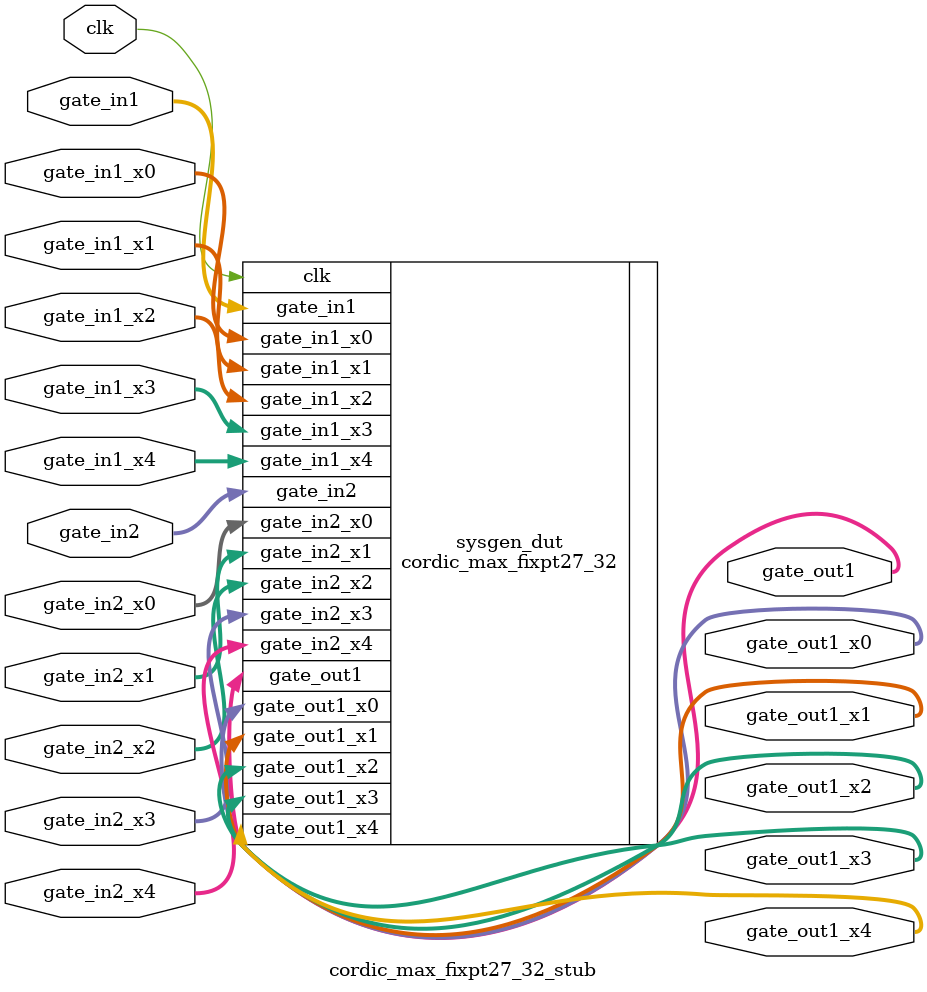
<source format=v>
`timescale 1 ns / 10 ps
module cordic_max_fixpt27_32_stub (
  input [27-1:0] gate_in1_x4,
  input [27-1:0] gate_in2,
  input [28-1:0] gate_in1,
  input [28-1:0] gate_in2_x0,
  input [29-1:0] gate_in1_x0,
  input [29-1:0] gate_in2_x1,
  input [30-1:0] gate_in1_x1,
  input [30-1:0] gate_in2_x2,
  input [31-1:0] gate_in1_x2,
  input [31-1:0] gate_in2_x3,
  input [32-1:0] gate_in1_x3,
  input [32-1:0] gate_in2_x4,
  input clk,
  output [27-1:0] gate_out1_x0,
  output [28-1:0] gate_out1_x1,
  output [29-1:0] gate_out1_x2,
  output [30-1:0] gate_out1,
  output [31-1:0] gate_out1_x3,
  output [32-1:0] gate_out1_x4
);
  cordic_max_fixpt27_32 sysgen_dut (
    .gate_in1_x4(gate_in1_x4),
    .gate_in2(gate_in2),
    .gate_in1(gate_in1),
    .gate_in2_x0(gate_in2_x0),
    .gate_in1_x0(gate_in1_x0),
    .gate_in2_x1(gate_in2_x1),
    .gate_in1_x1(gate_in1_x1),
    .gate_in2_x2(gate_in2_x2),
    .gate_in1_x2(gate_in1_x2),
    .gate_in2_x3(gate_in2_x3),
    .gate_in1_x3(gate_in1_x3),
    .gate_in2_x4(gate_in2_x4),
    .clk(clk),
    .gate_out1_x0(gate_out1_x0),
    .gate_out1_x1(gate_out1_x1),
    .gate_out1_x2(gate_out1_x2),
    .gate_out1(gate_out1),
    .gate_out1_x3(gate_out1_x3),
    .gate_out1_x4(gate_out1_x4)
  );
endmodule

</source>
